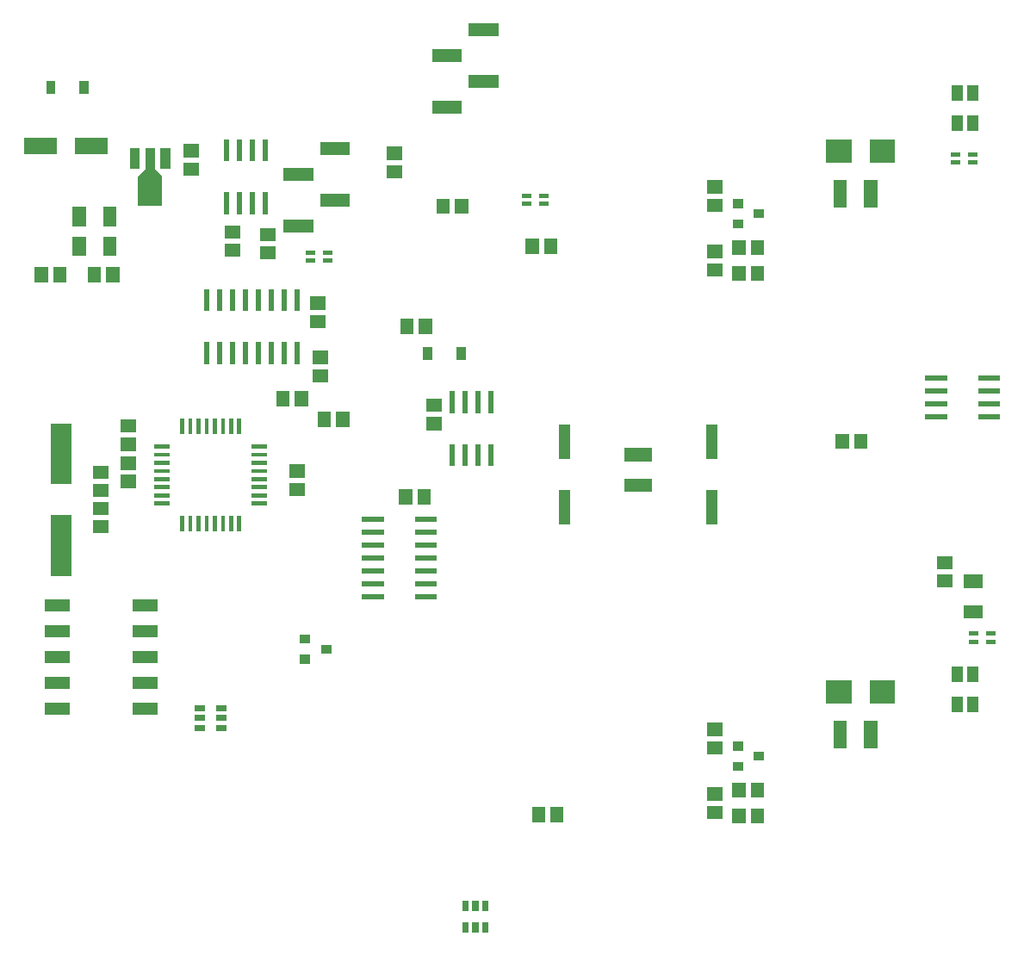
<source format=gbr>
G04 start of page 10 for group -4015 idx -4015 *
G04 Title: (unknown), toppaste *
G04 Creator: pcb 20140316 *
G04 CreationDate: Mon 02 Nov 2015 06:26:01 PM GMT UTC *
G04 For: ndholmes *
G04 Format: Gerber/RS-274X *
G04 PCB-Dimensions (mil): 3900.00 3900.00 *
G04 PCB-Coordinate-Origin: lower left *
%MOIN*%
%FSLAX25Y25*%
%LNTOPPASTE*%
%ADD149R,0.0906X0.0906*%
%ADD148R,0.0157X0.0157*%
%ADD147R,0.0340X0.0340*%
%ADD146R,0.0787X0.0787*%
%ADD145R,0.0440X0.0440*%
%ADD144C,0.0001*%
%ADD143R,0.0945X0.0945*%
%ADD142R,0.0378X0.0378*%
%ADD141R,0.0360X0.0360*%
%ADD140R,0.0200X0.0200*%
%ADD139R,0.0240X0.0240*%
%ADD138R,0.0630X0.0630*%
%ADD137R,0.0500X0.0500*%
%ADD136R,0.0512X0.0512*%
%ADD135R,0.0430X0.0430*%
%ADD134R,0.0167X0.0167*%
G54D134*X363717Y319075D02*X365587D01*
X363717Y315925D02*X365587D01*
X370413D02*X372283D01*
X370413Y319075D02*X372283D01*
X204413Y299925D02*X206283D01*
X204413Y303075D02*X206283D01*
X197717D02*X199587D01*
X197717Y299925D02*X199587D01*
G54D135*X371450Y343700D02*Y342100D01*
X365550Y343700D02*Y342100D01*
X371450Y331900D02*Y330300D01*
X365550Y331900D02*Y330300D01*
G54D136*X147107Y319543D02*X147893D01*
X147107Y312457D02*X147893D01*
X166457Y299393D02*Y298607D01*
X173543Y299393D02*Y298607D01*
X162607Y214914D02*X163393D01*
X162607Y222000D02*X163393D01*
X203414Y63893D02*Y63107D01*
X210500Y63893D02*Y63107D01*
G54D137*X178760Y367500D02*X185413D01*
X164587Y357500D02*X171240D01*
X178760Y347500D02*X185413D01*
X164587Y337500D02*X171240D01*
G54D136*X360107Y153957D02*X360893D01*
X360107Y161043D02*X360893D01*
X200914Y283893D02*Y283107D01*
X208000Y283893D02*Y283107D01*
X280957Y273393D02*Y272607D01*
X288043Y273393D02*Y272607D01*
G54D138*X7508Y322500D02*X13807D01*
X27193D02*X33492D01*
G54D136*X84607Y289043D02*X85393D01*
X84607Y281957D02*X85393D01*
X98107Y288043D02*X98893D01*
X98107Y280957D02*X98893D01*
X37405Y284681D02*Y282319D01*
X25595Y284681D02*Y282319D01*
X31457Y272893D02*Y272107D01*
X38543Y272893D02*Y272107D01*
X68607Y313457D02*X69393D01*
X68607Y320543D02*X69393D01*
X37405Y296181D02*Y293819D01*
X25595Y296181D02*Y293819D01*
X10957Y272893D02*Y272107D01*
X18043Y272893D02*Y272107D01*
G54D139*X175000Y20800D02*Y19200D01*
X178900Y20800D02*Y19200D01*
X182800Y20800D02*Y19200D01*
Y29000D02*Y27400D01*
X178900Y29000D02*Y27400D01*
X175000Y29000D02*Y27400D01*
G54D135*X213500Y212500D02*Y203500D01*
Y187000D02*Y177900D01*
X270500Y212500D02*Y203500D01*
Y187000D02*Y177900D01*
G54D136*X271107Y299457D02*X271893D01*
X271107Y306543D02*X271893D01*
G54D140*X185000Y226500D02*Y220000D01*
X180000Y226500D02*Y220000D01*
X175000Y226500D02*Y220000D01*
X170000Y226500D02*Y220000D01*
Y206000D02*Y199500D01*
X175000Y206000D02*Y199500D01*
X180000Y206000D02*Y199500D01*
X185000Y206000D02*Y199500D01*
G54D141*X160500Y242600D02*Y241400D01*
X173400Y242600D02*Y241400D01*
G54D136*X152457Y252893D02*Y252107D01*
X159543Y252893D02*Y252107D01*
X328043Y208393D02*Y207607D01*
X320957Y208393D02*Y207607D01*
G54D140*X374500Y217500D02*X381000D01*
X374500Y222500D02*X381000D01*
X374500Y227500D02*X381000D01*
X374500Y232500D02*X381000D01*
X354000D02*X360500D01*
X354000Y227500D02*X360500D01*
X354000Y222500D02*X360500D01*
X354000Y217500D02*X360500D01*
G54D141*X27500Y345600D02*Y344400D01*
X14600Y345600D02*Y344400D01*
G54D142*X58906Y319484D02*Y315390D01*
X53000Y319484D02*Y307674D01*
G54D143*Y305940D02*Y304050D01*
G54D144*G36*
X54885Y313505D02*X57725Y310665D01*
X56305Y309245D01*
X53465Y312085D01*
X54885Y313505D01*
G37*
G36*
X48275Y310665D02*X51115Y313505D01*
X52535Y312085D01*
X49695Y309245D01*
X48275Y310665D01*
G37*
G54D142*X47094Y319484D02*Y315390D01*
G54D136*X151914Y186893D02*Y186107D01*
X159000Y186893D02*Y186107D01*
G54D145*X14450Y144500D02*X19650D01*
X48350D02*X53550D01*
X14450Y134500D02*X19650D01*
X48350D02*X53550D01*
X14450Y124500D02*X19650D01*
X48350D02*X53550D01*
X14450Y114500D02*X19650D01*
X48350D02*X53550D01*
X14450Y104500D02*X19650D01*
X48350D02*X53550D01*
G54D136*X44107Y192500D02*X44893D01*
X44107Y199586D02*X44893D01*
X44107Y206914D02*X44893D01*
X44107Y214000D02*X44893D01*
X109607Y189457D02*X110393D01*
X109607Y196543D02*X110393D01*
X33607Y188957D02*X34393D01*
X33607Y196043D02*X34393D01*
X33607Y182043D02*X34393D01*
X33607Y174957D02*X34393D01*
G54D146*X18500Y211091D02*Y195343D01*
Y175657D02*Y159909D01*
G54D137*X107087Y291500D02*X113740D01*
X121260Y301500D02*X127913D01*
X107087Y311500D02*X113740D01*
X121260Y321500D02*X127913D01*
G54D140*X110000Y266000D02*Y259500D01*
X105000Y266000D02*Y259500D01*
X100000Y266000D02*Y259500D01*
X95000Y266000D02*Y259500D01*
X90000Y266000D02*Y259500D01*
X85000Y266000D02*Y259500D01*
X80000Y266000D02*Y259500D01*
X75000Y266000D02*Y259500D01*
Y245500D02*Y239000D01*
X80000Y245500D02*Y239000D01*
X85000Y245500D02*Y239000D01*
X90000Y245500D02*Y239000D01*
X95000Y245500D02*Y239000D01*
X100000Y245500D02*Y239000D01*
X105000Y245500D02*Y239000D01*
X110000Y245500D02*Y239000D01*
X82500Y303500D02*Y297000D01*
X87500Y303500D02*Y297000D01*
X92500Y303500D02*Y297000D01*
X97500Y303500D02*Y297000D01*
Y324000D02*Y317500D01*
X92500Y324000D02*Y317500D01*
X87500Y324000D02*Y317500D01*
X82500Y324000D02*Y317500D01*
G54D134*X114217Y281075D02*X116087D01*
X114217Y277925D02*X116087D01*
X120913D02*X122783D01*
X120913Y281075D02*X122783D01*
G54D136*X118607Y240543D02*X119393D01*
X118607Y233457D02*X119393D01*
X120457Y216893D02*Y216107D01*
X127543Y216893D02*Y216107D01*
X104457Y224893D02*Y224107D01*
X111543Y224893D02*Y224107D01*
G54D139*X79700Y97000D02*X81300D01*
X79700Y100900D02*X81300D01*
X79700Y104800D02*X81300D01*
X71500D02*X73100D01*
X71500Y100900D02*X73100D01*
X71500Y97000D02*X73100D01*
G54D147*X112700Y131500D02*X113300D01*
X112700Y123700D02*X113300D01*
X120900Y127600D02*X121500D01*
G54D148*X55508Y206023D02*X59934D01*
X55508Y202874D02*X59934D01*
X55508Y199724D02*X59934D01*
X55508Y196575D02*X59934D01*
X55508Y193425D02*X59934D01*
X55508Y190275D02*X59934D01*
X55508Y187126D02*X59934D01*
X55508Y183976D02*X59934D01*
X65477Y178434D02*Y174008D01*
X68626Y178434D02*Y174008D01*
X71776Y178434D02*Y174008D01*
X74925Y178434D02*Y174008D01*
X78075Y178434D02*Y174008D01*
X81225Y178434D02*Y174008D01*
X84374Y178434D02*Y174008D01*
X87524Y178434D02*Y174008D01*
X93066Y183977D02*X97492D01*
X93066Y187126D02*X97492D01*
X93066Y190276D02*X97492D01*
X93066Y193425D02*X97492D01*
X93066Y196575D02*X97492D01*
X93066Y199725D02*X97492D01*
X93066Y202874D02*X97492D01*
X93066Y206024D02*X97492D01*
X87523Y215992D02*Y211566D01*
X84374Y215992D02*Y211566D01*
X81224Y215992D02*Y211566D01*
X78075Y215992D02*Y211566D01*
X74925Y215992D02*Y211566D01*
X71775Y215992D02*Y211566D01*
X68626Y215992D02*Y211566D01*
X65476Y215992D02*Y211566D01*
G54D149*X319142Y111000D02*X319929D01*
X336071D02*X336858D01*
G54D136*X117607Y254457D02*X118393D01*
X117607Y261543D02*X118393D01*
G54D140*X136000Y178000D02*X142500D01*
X136000Y173000D02*X142500D01*
X136000Y168000D02*X142500D01*
X136000Y163000D02*X142500D01*
X136000Y158000D02*X142500D01*
X136000Y153000D02*X142500D01*
X136000Y148000D02*X142500D01*
X156500D02*X163000D01*
X156500Y153000D02*X163000D01*
X156500Y158000D02*X163000D01*
X156500Y163000D02*X163000D01*
X156500Y168000D02*X163000D01*
X156500Y173000D02*X163000D01*
X156500Y178000D02*X163000D01*
G54D136*X271107Y281543D02*X271893D01*
X271107Y274457D02*X271893D01*
X288043Y283393D02*Y282607D01*
X280957Y283393D02*Y282607D01*
X331905Y97255D02*Y91745D01*
X320095Y97255D02*Y91745D01*
G54D147*X280200Y300000D02*X280800D01*
X280200Y292200D02*X280800D01*
X288400Y296100D02*X289000D01*
G54D136*X280957Y63393D02*Y62607D01*
X288043Y63393D02*Y62607D01*
X271107Y89457D02*X271893D01*
X271107Y96543D02*X271893D01*
X271107Y71543D02*X271893D01*
X271107Y64457D02*X271893D01*
X288043Y73393D02*Y72607D01*
X280957Y73393D02*Y72607D01*
G54D147*X280200Y90000D02*X280800D01*
X280200Y82200D02*X280800D01*
X288400Y86100D02*X289000D01*
G54D149*X319142Y320500D02*X319929D01*
X336071D02*X336858D01*
G54D136*X331905Y306755D02*Y301245D01*
X320095Y306755D02*Y301245D01*
G54D135*X365550Y106900D02*Y105300D01*
X371450Y106900D02*Y105300D01*
X365550Y118700D02*Y117100D01*
X371450Y118700D02*Y117100D01*
G54D134*X370717Y133575D02*X372587D01*
X370717Y130425D02*X372587D01*
X377413D02*X379283D01*
X377413Y133575D02*X379283D01*
G54D136*X370319Y142095D02*X372681D01*
X370319Y153905D02*X372681D01*
X239245Y202905D02*X244755D01*
X239245Y191095D02*X244755D01*
M02*

</source>
